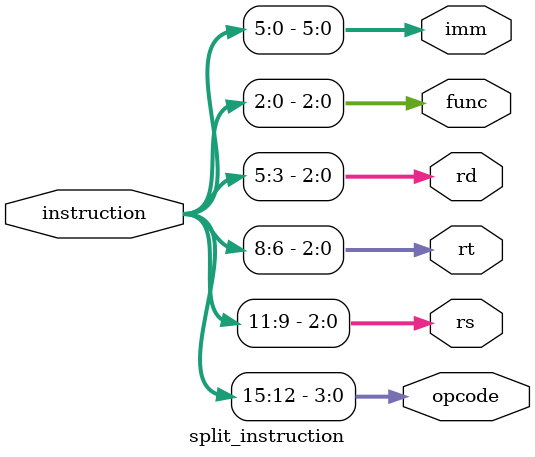
<source format=v>
module split_instruction(opcode, rs, rt, rd, func, imm, instruction);

output [3:0] opcode;
output [2:0] rs, rt, rd, func;
output [5:0] imm;
input [15:0] instruction;

// first determiine opcode
and opcode0(opcode[3], instruction[15], 1'b1);
and opcode1(opcode[2], instruction[14], 1'b1);
and opcode2(opcode[1], instruction[13], 1'b1);
and opcode3(opcode[0], instruction[12], 1'b1);

// determine rs
and rs0(rs[2], instruction[11], 1'b1);
and rs1(rs[1], instruction[10], 1'b1);
and rs2(rs[0], instruction[9], 1'b1);

// determine rt
and rt0(rt[2], instruction[8], 1'b1);
and rt1(rt[1], instruction[7], 1'b1);
and rt2(rt[0], instruction[6], 1'b1);

// determine rd
and rd0(rd[2], instruction[5], 1'b1);
and rd1(rd[1], instruction[4], 1'b1);
and rd2(rd[0], instruction[3], 1'b1);

// determine func
and func0(func[2], instruction[2], 1'b1);
and func1(func[1], instruction[1], 1'b1);
and func2(func[0], instruction[0], 1'b1);

// determine imm
and imm0(imm[5], instruction[5], 1'b1);
and imm1(imm[4], instruction[4], 1'b1);
and imm2(imm[3], instruction[3], 1'b1);
and imm3(imm[2], instruction[2], 1'b1);
and imm4(imm[1], instruction[1], 1'b1);
and imm5(imm[0], instruction[0], 1'b1);


endmodule
</source>
